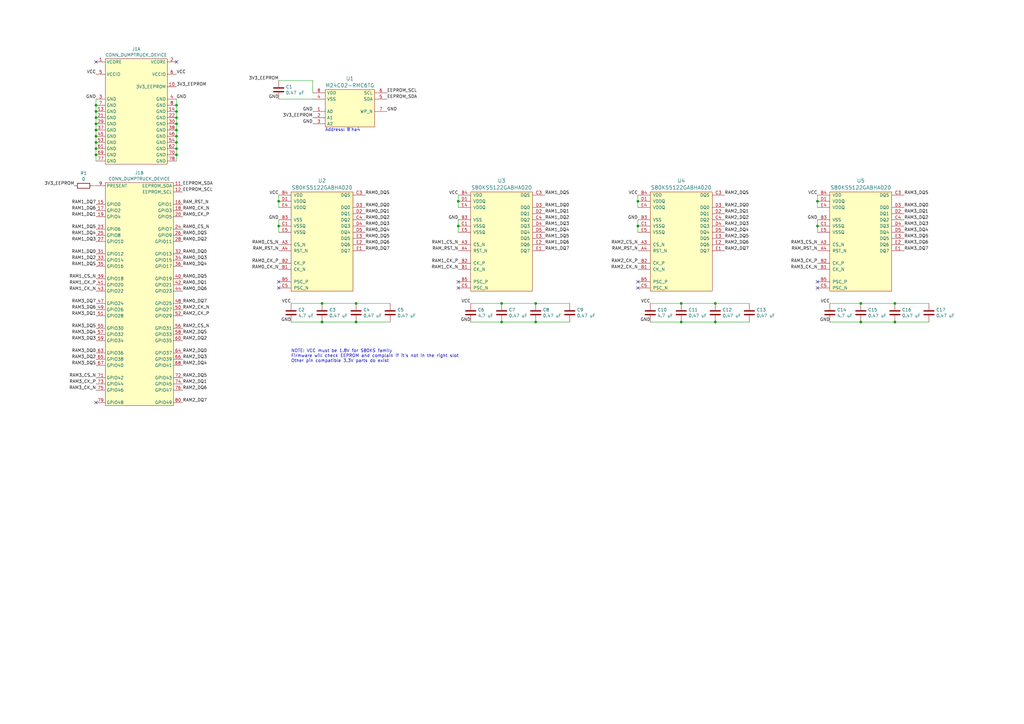
<source format=kicad_sch>
(kicad_sch (version 20231120) (generator "eeschema") (generator_version "8.0")
  (paper "A3")
  (lib_symbols
    (symbol "cypress-azonenberg:S27KS0641" (pin_names (offset 1.016))
      (property "Reference" "U" (at 0 -1.27 0))
      (property "Value" "S27KS0641" (at 0 -3.81 0))
      (symbol "S27KS0641_0_1"
        (rectangle (start 0 40.64) (end 25.4 0) (fill (type background)))
      )
      (symbol "S27KS0641_1_1"
        (pin input line (at -5.08 19.05 0) (length 5.08) (name "CS_N") (number "A3"))
        (pin input line (at -5.08 16.51 0) (length 5.08) (name "RST_N") (number "A4"))
        (pin input line (at -5.08 8.89 0) (length 5.08) (name "CK_N") (number "B1"))
        (pin input line (at -5.08 11.43 0) (length 5.08) (name "CK_P") (number "B2"))
        (pin power_in line (at -5.08 29.21 0) (length 5.08) (name "VSS") (number "B3"))
        (pin power_in line (at -5.08 39.37 0) (length 5.08) (name "VDD") (number "B4"))
        (pin input line (at -5.08 3.81 0) (length 5.08) (name "PSC_P") (number "B5"))
        (pin power_in line (at -5.08 26.67 0) (length 5.08) (name "VSSQ") (number "C1"))
        (pin bidirectional line (at 30.48 39.37 180) (length 5.08) (name "DQS") (number "C3"))
        (pin bidirectional line (at 30.48 29.21 180) (length 5.08) (name "DQ2") (number "C4"))
        (pin input line (at -5.08 1.27 0) (length 5.08) (name "PSC_N") (number "C5"))
        (pin power_in line (at -5.08 36.83 0) (length 5.08) (name "VDDQ") (number "D1"))
        (pin bidirectional line (at 30.48 31.75 180) (length 5.08) (name "DQ1") (number "D2"))
        (pin bidirectional line (at 30.48 34.29 180) (length 5.08) (name "DQ0") (number "D3"))
        (pin bidirectional line (at 30.48 26.67 180) (length 5.08) (name "DQ3") (number "D4"))
        (pin bidirectional line (at 30.48 24.13 180) (length 5.08) (name "DQ4") (number "D5"))
        (pin bidirectional line (at 30.48 16.51 180) (length 5.08) (name "DQ7") (number "E1"))
        (pin bidirectional line (at 30.48 19.05 180) (length 5.08) (name "DQ6") (number "E2"))
        (pin bidirectional line (at 30.48 21.59 180) (length 5.08) (name "DQ5") (number "E3"))
        (pin power_in line (at -5.08 34.29 0) (length 5.08) (name "VDDQ") (number "E4"))
        (pin power_in line (at -5.08 24.13 0) (length 5.08) (name "VSSQ") (number "E5"))
      )
    )
    (symbol "device:C" (pin_numbers hide) (pin_names (offset 0.254))
      (property "Reference" "C" (at 0.635 2.54 0))
      (property "Value" "C" (at 0.635 -2.54 0))
      (symbol "C_0_1"
        (polyline (pts (xy -2.032 -0.762) (xy 2.032 -0.762)) (stroke (width 0.508)))
        (polyline (pts (xy -2.032 0.762) (xy 2.032 0.762)) (stroke (width 0.508)))
      )
      (symbol "C_1_1"
        (pin passive line (at 0 3.81 270) (length 2.794) (name "~") (number "1"))
        (pin passive line (at 0 -3.81 90) (length 2.794) (name "~") (number "2"))
      )
    )
    (symbol "device:R" (pin_numbers hide) (pin_names (offset 0))
      (property "Reference" "R" (at 2.032 0 90))
      (property "Value" "R" (at 0 0 90))
      (symbol "R_0_1"
        (rectangle (start -1.016 -2.54) (end 1.016 2.54) (stroke (width 0.254)))
      )
      (symbol "R_1_1"
        (pin passive line (at 0 3.81 270) (length 1.27) (name "~") (number "1"))
        (pin passive line (at 0 -3.81 90) (length 1.27) (name "~") (number "2"))
      )
    )
    (symbol "memory-azonenberg:24Cxx-DFN8" (pin_names (offset 0.762))
      (property "Reference" "U" (at 13.97 16.51 0))
      (property "Value" "24Cxx-DFN8" (at 17.78 -1.27 0))
      (symbol "24Cxx-DFN8_1_1"
        (rectangle (start 0 0) (end 20.32 15.24) (fill (type background)))
        (pin input line (at -5.08 6.35 0) (length 5.08) (name "A0") (number "1"))
        (pin input line (at -5.08 3.81 0) (length 5.08) (name "A1") (number "2"))
        (pin input line (at -5.08 1.27 0) (length 5.08) (name "A2") (number "3"))
        (pin power_in line (at -5.08 11.43 0) (length 5.08) (name "VSS") (number "4"))
        (pin bidirectional line (at 25.4 11.43 180) (length 5.08) (name "SDA") (number "5"))
        (pin input line (at 25.4 13.97 180) (length 5.08) (name "SCL") (number "6"))
        (pin input line (at 25.4 6.35 180) (length 5.08) (name "WP_N") (number "7"))
        (pin power_in line (at -5.08 13.97 0) (length 5.08) (name "VDD") (number "8"))
      )
    )
    (symbol "special-azonenberg:CONN_DUMPTRUCK_DEVICE"
      (property "Reference" "J" (at 0 -3.048 0))
      (property "Value" "CONN_DUMPTRUCK_DEVICE" (at -0.508 -5.334 0))
      (symbol "CONN_DUMPTRUCK_DEVICE_1_1"
        (rectangle (start 0 43.18) (end 25.4 0) (fill (type background)))
        (pin power_in line (at -3.81 41.91 0) (length 3.81) (name "VCORE") (number "1"))
        (pin power_out line (at 29.21 31.75 180) (length 3.81) (name "3V3_EEPROM") (number "10"))
        (pin power_in line (at -3.81 21.59 0) (length 3.81) (name "GND") (number "13"))
        (pin power_in line (at 29.21 21.59 180) (length 3.81) (name "GND") (number "14"))
        (pin power_out line (at 29.21 41.91 180) (length 3.81) (name "VCORE") (number "2"))
        (pin power_in line (at -3.81 19.05 0) (length 3.81) (name "GND") (number "21"))
        (pin power_in line (at 29.21 19.05 180) (length 3.81) (name "GND") (number "22"))
        (pin power_in line (at -3.81 16.51 0) (length 3.81) (name "GND") (number "29"))
        (pin power_in line (at -3.81 26.67 0) (length 3.81) (name "GND") (number "3"))
        (pin power_in line (at 29.21 16.51 180) (length 3.81) (name "GND") (number "30"))
        (pin power_in line (at -3.81 13.97 0) (length 3.81) (name "GND") (number "37"))
        (pin power_in line (at 29.21 13.97 180) (length 3.81) (name "GND") (number "38"))
        (pin power_out line (at 29.21 26.67 180) (length 3.81) (name "GND") (number "4"))
        (pin power_in line (at -3.81 11.43 0) (length 3.81) (name "GND") (number "45"))
        (pin power_in line (at 29.21 11.43 180) (length 3.81) (name "GND") (number "46"))
        (pin power_in line (at -3.81 36.83 0) (length 3.81) (name "VCCIO") (number "5"))
        (pin power_in line (at -3.81 8.89 0) (length 3.81) (name "GND") (number "53"))
        (pin power_in line (at 29.21 8.89 180) (length 3.81) (name "GND") (number "54"))
        (pin power_out line (at 29.21 36.83 180) (length 3.81) (name "VCCIO") (number "6"))
        (pin power_in line (at -3.81 6.35 0) (length 3.81) (name "GND") (number "61"))
        (pin power_in line (at 29.21 6.35 180) (length 3.81) (name "GND") (number "62"))
        (pin power_in line (at -3.81 3.81 0) (length 3.81) (name "GND") (number "69"))
        (pin power_in line (at -3.81 24.13 0) (length 3.81) (name "GND") (number "7"))
        (pin power_in line (at 29.21 3.81 180) (length 3.81) (name "GND") (number "70"))
        (pin power_in line (at -3.81 1.27 0) (length 3.81) (name "GND") (number "77"))
        (pin power_in line (at 29.21 1.27 180) (length 3.81) (name "GND") (number "78"))
        (pin power_in line (at 29.21 24.13 180) (length 3.81) (name "GND") (number "8"))
      )
      (symbol "CONN_DUMPTRUCK_DEVICE_2_1"
        (rectangle (start 0 91.44) (end 27.94 0) (fill (type background)))
        (pin bidirectional line (at 31.75 90.17 180) (length 3.81) (name "EEPROM_SDA") (number "11"))
        (pin bidirectional line (at 31.75 87.63 180) (length 3.81) (name "EEPROM_SCL") (number "12"))
        (pin bidirectional line (at -3.81 82.55 0) (length 3.81) (name "GPIO0") (number "15"))
        (pin bidirectional line (at 31.75 82.55 180) (length 3.81) (name "GPIO1") (number "16"))
        (pin bidirectional line (at -3.81 80.01 0) (length 3.81) (name "GPIO2") (number "17"))
        (pin bidirectional line (at 31.75 80.01 180) (length 3.81) (name "GPIO3") (number "18"))
        (pin bidirectional line (at -3.81 77.47 0) (length 3.81) (name "GPIO4") (number "19"))
        (pin bidirectional line (at 31.75 77.47 180) (length 3.81) (name "GPIO5") (number "20"))
        (pin bidirectional line (at -3.81 72.39 0) (length 3.81) (name "GPIO6") (number "23"))
        (pin bidirectional line (at 31.75 72.39 180) (length 3.81) (name "GPIO7") (number "24"))
        (pin bidirectional line (at -3.81 69.85 0) (length 3.81) (name "GPIO8") (number "25"))
        (pin bidirectional line (at 31.75 69.85 180) (length 3.81) (name "GPIO9") (number "26"))
        (pin bidirectional line (at -3.81 67.31 0) (length 3.81) (name "GPIO10") (number "27"))
        (pin bidirectional line (at 31.75 67.31 180) (length 3.81) (name "GPIO11") (number "28"))
        (pin bidirectional line (at -3.81 62.23 0) (length 3.81) (name "GPIO12") (number "31"))
        (pin bidirectional line (at 31.75 62.23 180) (length 3.81) (name "GPIO13") (number "32"))
        (pin bidirectional line (at -3.81 59.69 0) (length 3.81) (name "GPIO14") (number "33"))
        (pin bidirectional line (at 31.75 59.69 180) (length 3.81) (name "GPIO15") (number "34"))
        (pin bidirectional line (at -3.81 57.15 0) (length 3.81) (name "GPIO16") (number "35"))
        (pin bidirectional line (at 31.75 57.15 180) (length 3.81) (name "GPIO17") (number "36"))
        (pin bidirectional line (at -3.81 52.07 0) (length 3.81) (name "GPIO18") (number "39"))
        (pin bidirectional line (at 31.75 52.07 180) (length 3.81) (name "GPIO19") (number "40"))
        (pin bidirectional line (at -3.81 49.53 0) (length 3.81) (name "GPIO20") (number "41"))
        (pin bidirectional line (at 31.75 49.53 180) (length 3.81) (name "GPIO21") (number "42"))
        (pin bidirectional line (at -3.81 46.99 0) (length 3.81) (name "GPIO22") (number "43"))
        (pin bidirectional line (at 31.75 46.99 180) (length 3.81) (name "GPIO23") (number "44"))
        (pin bidirectional line (at -3.81 41.91 0) (length 3.81) (name "GPIO24") (number "47"))
        (pin bidirectional line (at 31.75 41.91 180) (length 3.81) (name "GPIO25") (number "48"))
        (pin bidirectional line (at -3.81 39.37 0) (length 3.81) (name "GPIO26") (number "49"))
        (pin bidirectional line (at 31.75 39.37 180) (length 3.81) (name "GPIO27") (number "50"))
        (pin bidirectional line (at -3.81 36.83 0) (length 3.81) (name "GPIO28") (number "51"))
        (pin bidirectional line (at 31.75 36.83 180) (length 3.81) (name "GPIO29") (number "52"))
        (pin bidirectional line (at -3.81 31.75 0) (length 3.81) (name "GPIO30") (number "55"))
        (pin bidirectional line (at 31.75 31.75 180) (length 3.81) (name "GPIO31") (number "56"))
        (pin bidirectional line (at -3.81 29.21 0) (length 3.81) (name "GPIO32") (number "57"))
        (pin bidirectional line (at 31.75 29.21 180) (length 3.81) (name "GPIO33") (number "58"))
        (pin bidirectional line (at -3.81 26.67 0) (length 3.81) (name "GPIO34") (number "59"))
        (pin bidirectional line (at 31.75 26.67 180) (length 3.81) (name "GPIO35") (number "60"))
        (pin bidirectional line (at -3.81 21.59 0) (length 3.81) (name "GPIO36") (number "63"))
        (pin bidirectional line (at 31.75 21.59 180) (length 3.81) (name "GPIO37") (number "64"))
        (pin bidirectional line (at -3.81 19.05 0) (length 3.81) (name "GPIO38") (number "65"))
        (pin bidirectional line (at 31.75 19.05 180) (length 3.81) (name "GPIO39") (number "66"))
        (pin bidirectional line (at -3.81 16.51 0) (length 3.81) (name "GPIO40") (number "67"))
        (pin bidirectional line (at 31.75 16.51 180) (length 3.81) (name "GPIO41") (number "68"))
        (pin bidirectional line (at -3.81 11.43 0) (length 3.81) (name "GPIO42") (number "71"))
        (pin bidirectional line (at 31.75 11.43 180) (length 3.81) (name "GPIO43") (number "72"))
        (pin bidirectional line (at -3.81 8.89 0) (length 3.81) (name "GPIO44") (number "73"))
        (pin bidirectional line (at 31.75 8.89 180) (length 3.81) (name "GPIO45") (number "74"))
        (pin bidirectional line (at -3.81 6.35 0) (length 3.81) (name "GPIO46") (number "75"))
        (pin bidirectional line (at 31.75 6.35 180) (length 3.81) (name "GPIO47") (number "76"))
        (pin bidirectional line (at -3.81 1.27 0) (length 3.81) (name "GPIO48") (number "79"))
        (pin bidirectional line (at 31.75 1.27 180) (length 3.81) (name "GPIO49") (number "80"))
        (pin bidirectional line (at -3.81 90.17 0) (length 3.81) (name "PRESENT") (number "9"))
      )
    )
  )
  (junction (at 187.96 92.71))
  (junction (at 39.37 53.34))
  (junction (at 367.03 124.46))
  (junction (at 279.4 132.08))
  (junction (at 39.37 58.42))
  (junction (at 353.06 124.46))
  (junction (at 219.71 132.08))
  (junction (at 114.3 92.71))
  (junction (at 72.39 58.42))
  (junction (at 72.39 60.96))
  (junction (at 367.03 132.08))
  (junction (at 39.37 48.26))
  (junction (at 293.37 132.08))
  (junction (at 279.4 124.46))
  (junction (at 72.39 55.88))
  (junction (at 39.37 45.72))
  (junction (at 132.08 124.46))
  (junction (at 72.39 43.18))
  (junction (at 39.37 43.18))
  (junction (at 72.39 63.5))
  (junction (at 219.71 124.46))
  (junction (at 293.37 124.46))
  (junction (at 335.28 82.55))
  (junction (at 114.3 82.55))
  (junction (at 335.28 92.71))
  (junction (at 39.37 60.96))
  (junction (at 39.37 55.88))
  (junction (at 187.96 82.55))
  (junction (at 205.74 132.08))
  (junction (at 132.08 132.08))
  (junction (at 146.05 124.46))
  (junction (at 205.74 124.46))
  (junction (at 261.62 92.71))
  (junction (at 39.37 50.8))
  (junction (at 39.37 63.5))
  (junction (at 72.39 53.34))
  (junction (at 72.39 48.26))
  (junction (at 146.05 132.08))
  (junction (at 72.39 50.8))
  (junction (at 353.06 132.08))
  (junction (at 72.39 45.72))
  (junction (at 261.62 82.55))
  (no_connect (at 261.62 118.11))
  (no_connect (at 187.96 118.11))
  (no_connect (at 72.39 25.4))
  (no_connect (at 335.28 115.57))
  (no_connect (at 335.28 118.11))
  (no_connect (at 39.37 25.4))
  (no_connect (at 261.62 115.57))
  (no_connect (at 114.3 118.11))
  (no_connect (at 187.96 115.57))
  (no_connect (at 114.3 115.57))
  (no_connect (at 39.37 165.1))
  (wire (pts (xy 39.37 40.64) (xy 39.37 43.18)))
  (wire (pts (xy 39.37 48.26) (xy 39.37 50.8)))
  (wire (pts (xy 293.37 124.46) (xy 307.34 124.46)))
  (wire (pts (xy 72.39 63.5) (xy 72.39 66.04)))
  (wire (pts (xy 38.1 76.2) (xy 39.37 76.2)))
  (wire (pts (xy 266.7 124.46) (xy 279.4 124.46)))
  (wire (pts (xy 72.39 48.26) (xy 72.39 50.8)))
  (wire (pts (xy 279.4 132.08) (xy 293.37 132.08)))
  (wire (pts (xy 219.71 132.08) (xy 233.68 132.08)))
  (wire (pts (xy 114.3 92.71) (xy 114.3 95.25)))
  (wire (pts (xy 367.03 132.08) (xy 381 132.08)))
  (wire (pts (xy 335.28 80.01) (xy 335.28 82.55)))
  (wire (pts (xy 146.05 132.08) (xy 160.02 132.08)))
  (wire (pts (xy 261.62 82.55) (xy 261.62 85.09)))
  (wire (pts (xy 128.27 33.02) (xy 128.27 38.1)))
  (wire (pts (xy 293.37 132.08) (xy 307.34 132.08)))
  (wire (pts (xy 132.08 124.46) (xy 146.05 124.46)))
  (wire (pts (xy 114.3 40.64) (xy 128.27 40.64)))
  (wire (pts (xy 353.06 124.46) (xy 367.03 124.46)))
  (wire (pts (xy 39.37 43.18) (xy 39.37 45.72)))
  (wire (pts (xy 279.4 124.46) (xy 293.37 124.46)))
  (wire (pts (xy 187.96 92.71) (xy 187.96 95.25)))
  (wire (pts (xy 114.3 33.02) (xy 128.27 33.02)))
  (wire (pts (xy 119.38 132.08) (xy 132.08 132.08)))
  (wire (pts (xy 340.36 132.08) (xy 353.06 132.08)))
  (wire (pts (xy 39.37 53.34) (xy 39.37 55.88)))
  (wire (pts (xy 335.28 92.71) (xy 335.28 95.25)))
  (wire (pts (xy 146.05 124.46) (xy 160.02 124.46)))
  (wire (pts (xy 114.3 82.55) (xy 114.3 85.09)))
  (wire (pts (xy 353.06 132.08) (xy 367.03 132.08)))
  (wire (pts (xy 39.37 45.72) (xy 39.37 48.26)))
  (wire (pts (xy 119.38 124.46) (xy 132.08 124.46)))
  (wire (pts (xy 39.37 60.96) (xy 39.37 63.5)))
  (wire (pts (xy 261.62 90.17) (xy 261.62 92.71)))
  (wire (pts (xy 193.04 132.08) (xy 205.74 132.08)))
  (wire (pts (xy 367.03 124.46) (xy 381 124.46)))
  (wire (pts (xy 39.37 55.88) (xy 39.37 58.42)))
  (wire (pts (xy 187.96 90.17) (xy 187.96 92.71)))
  (wire (pts (xy 39.37 63.5) (xy 39.37 66.04)))
  (wire (pts (xy 261.62 92.71) (xy 261.62 95.25)))
  (wire (pts (xy 114.3 80.01) (xy 114.3 82.55)))
  (wire (pts (xy 261.62 80.01) (xy 261.62 82.55)))
  (wire (pts (xy 266.7 132.08) (xy 279.4 132.08)))
  (wire (pts (xy 193.04 124.46) (xy 205.74 124.46)))
  (wire (pts (xy 205.74 124.46) (xy 219.71 124.46)))
  (wire (pts (xy 335.28 82.55) (xy 335.28 85.09)))
  (wire (pts (xy 187.96 82.55) (xy 187.96 85.09)))
  (wire (pts (xy 132.08 132.08) (xy 146.05 132.08)))
  (wire (pts (xy 72.39 40.64) (xy 72.39 43.18)))
  (wire (pts (xy 114.3 90.17) (xy 114.3 92.71)))
  (wire (pts (xy 205.74 132.08) (xy 219.71 132.08)))
  (wire (pts (xy 72.39 60.96) (xy 72.39 63.5)))
  (wire (pts (xy 219.71 124.46) (xy 233.68 124.46)))
  (wire (pts (xy 72.39 53.34) (xy 72.39 55.88)))
  (wire (pts (xy 72.39 58.42) (xy 72.39 60.96)))
  (wire (pts (xy 39.37 58.42) (xy 39.37 60.96)))
  (wire (pts (xy 187.96 80.01) (xy 187.96 82.55)))
  (wire (pts (xy 72.39 55.88) (xy 72.39 58.42)))
  (wire (pts (xy 72.39 50.8) (xy 72.39 53.34)))
  (wire (pts (xy 340.36 124.46) (xy 353.06 124.46)))
  (wire (pts (xy 335.28 90.17) (xy 335.28 92.71)))
  (wire (pts (xy 72.39 45.72) (xy 72.39 48.26)))
  (wire (pts (xy 72.39 43.18) (xy 72.39 45.72)))
  (wire (pts (xy 39.37 50.8) (xy 39.37 53.34)))
  (text "Address: 8'ha4" (at 133.35 53.34 0) (effects (font (size 1.27 1.27)) (justify left)))
  (text "NOTE: VCC must be 1.8V for S80KS family\nFirmware will check EEPROM and complain if it's not in the right slot\nOther pin compatible 3.3V parts do exist" (at 119.38 146.05 0) (effects (font (size 1.27 1.27)) (justify left)))
  (label "RAM3_DQS" (at 39.37 149.86 180))
  (label "RAM3_CS_N" (at 335.28 100.33 180))
  (label "RAM0_DQ2" (at 149.86 90.17 0))
  (label "RAM2_DQ7" (at 74.93 165.1 0))
  (label "RAM1_DQ0" (at 39.37 104.14 180))
  (label "RAM0_DQS" (at 149.86 80.01 0))
  (label "RAM2_DQ6" (at 297.18 100.33 0))
  (label "RAM3_DQ0" (at 39.37 144.78 180))
  (label "GND" (at 119.38 132.08 180))
  (label "EEPROM_SDA" (at 74.93 76.2 0))
  (label "RAM0_DQ7" (at 74.93 124.46 0))
  (label "RAM3_DQ1" (at 370.84 87.63 0))
  (label "RAM_RST_N" (at 187.96 102.87 180))
  (label "RAM1_CS_N" (at 39.37 114.3 180))
  (label "RAM1_DQ6" (at 223.52 100.33 0))
  (label "GND" (at 114.3 40.64 180))
  (label "GND" (at 340.36 132.08 180))
  (label "RAM3_DQ7" (at 39.37 124.46 180))
  (label "RAM3_DQ2" (at 39.37 147.32 180))
  (label "VCC" (at 193.04 124.46 180))
  (label "RAM1_DQ2" (at 223.52 90.17 0))
  (label "RAM1_DQ5" (at 39.37 93.98 180))
  (label "RAM1_DQ7" (at 39.37 83.82 180))
  (label "VCC" (at 335.28 80.01 180))
  (label "GND" (at 158.75 45.72 0))
  (label "RAM2_DQ5" (at 297.18 97.79 0))
  (label "GND" (at 261.62 90.17 180))
  (label "VCC" (at 261.62 80.01 180))
  (label "VCC" (at 39.37 30.48 180))
  (label "RAM0_DQ5" (at 74.93 114.3 0))
  (label "VCC" (at 114.3 80.01 180))
  (label "VCC" (at 119.38 124.46 180))
  (label "RAM0_DQ6" (at 149.86 100.33 0))
  (label "RAM2_DQ3" (at 74.93 147.32 0))
  (label "RAM1_DQ5" (at 223.52 97.79 0))
  (label "RAM1_CK_P" (at 39.37 116.84 180))
  (label "RAM3_CK_N" (at 335.28 110.49 180))
  (label "EEPROM_SCL" (at 158.75 38.1 0))
  (label "RAM2_CK_P" (at 74.93 129.54 0))
  (label "RAM2_DQ4" (at 297.18 95.25 0))
  (label "RAM3_DQS" (at 370.84 80.01 0))
  (label "RAM3_CK_P" (at 39.37 157.48 180))
  (label "GND" (at 114.3 90.17 180))
  (label "RAM1_DQ3" (at 223.52 92.71 0))
  (label "RAM0_DQ3" (at 149.86 92.71 0))
  (label "RAM3_DQ6" (at 370.84 100.33 0))
  (label "RAM2_CK_P" (at 261.62 107.95 180))
  (label "RAM2_DQ3" (at 297.18 92.71 0))
  (label "RAM3_DQ2" (at 370.84 90.17 0))
  (label "RAM3_DQ0" (at 370.84 85.09 0))
  (label "3V3_EEPROM" (at 128.27 48.26 180))
  (label "RAM3_DQ5" (at 39.37 134.62 180))
  (label "RAM1_DQ0" (at 223.52 85.09 0))
  (label "RAM_RST_N" (at 114.3 102.87 180))
  (label "RAM2_DQS" (at 74.93 137.16 0))
  (label "3V3_EEPROM" (at 30.48 76.2 180))
  (label "RAM2_DQ0" (at 74.93 144.78 0))
  (label "RAM3_CS_N" (at 39.37 154.94 180))
  (label "RAM2_DQS" (at 297.18 80.01 0))
  (label "VCC" (at 266.7 124.46 180))
  (label "RAM3_DQ6" (at 39.37 127 180))
  (label "RAM3_DQ1" (at 39.37 129.54 180))
  (label "RAM2_DQ7" (at 297.18 102.87 0))
  (label "RAM2_DQ6" (at 74.93 160.02 0))
  (label "RAM2_CK_N" (at 261.62 110.49 180))
  (label "RAM0_DQ2" (at 74.93 99.06 0))
  (label "3V3_EEPROM" (at 114.3 33.02 180))
  (label "RAM0_DQ0" (at 149.86 85.09 0))
  (label "RAM0_CS_N" (at 74.93 93.98 0))
  (label "EEPROM_SDA" (at 158.75 40.64 0))
  (label "RAM1_DQS" (at 223.52 80.01 0))
  (label "GND" (at 128.27 45.72 180))
  (label "RAM1_CK_N" (at 39.37 119.38 180))
  (label "RAM1_DQ3" (at 39.37 99.06 180))
  (label "RAM0_CK_P" (at 114.3 107.95 180))
  (label "RAM1_CK_P" (at 187.96 107.95 180))
  (label "VCC" (at 340.36 124.46 180))
  (label "RAM3_DQ3" (at 39.37 139.7 180))
  (label "GND" (at 193.04 132.08 180))
  (label "RAM2_CS_N" (at 74.93 134.62 0))
  (label "RAM1_CK_N" (at 187.96 110.49 180))
  (label "GND" (at 266.7 132.08 180))
  (label "RAM1_DQ6" (at 39.37 86.36 180))
  (label "RAM3_DQ3" (at 370.84 92.71 0))
  (label "RAM2_CS_N" (at 261.62 100.33 180))
  (label "RAM0_DQ5" (at 149.86 97.79 0))
  (label "GND" (at 128.27 50.8 180))
  (label "RAM2_DQ4" (at 74.93 149.86 0))
  (label "RAM1_DQ1" (at 39.37 88.9 180))
  (label "RAM2_DQ0" (at 297.18 85.09 0))
  (label "RAM0_DQS" (at 74.93 96.52 0))
  (label "RAM2_DQ1" (at 297.18 87.63 0))
  (label "EEPROM_SCL" (at 74.93 78.74 0))
  (label "GND" (at 39.37 40.64 180))
  (label "RAM0_CS_N" (at 114.3 100.33 180))
  (label "RAM3_DQ7" (at 370.84 102.87 0))
  (label "RAM3_DQ5" (at 370.84 97.79 0))
  (label "RAM0_CK_N" (at 74.93 86.36 0))
  (label "GND" (at 72.39 40.64 0))
  (label "RAM2_DQ2" (at 74.93 139.7 0))
  (label "RAM0_DQ1" (at 74.93 116.84 0))
  (label "RAM2_DQ1" (at 74.93 157.48 0))
  (label "RAM1_DQS" (at 39.37 109.22 180))
  (label "RAM1_DQ1" (at 223.52 87.63 0))
  (label "RAM3_CK_N" (at 39.37 160.02 180))
  (label "RAM0_DQ4" (at 149.86 95.25 0))
  (label "RAM0_DQ1" (at 149.86 87.63 0))
  (label "RAM3_DQ4" (at 39.37 137.16 180))
  (label "GND" (at 187.96 90.17 180))
  (label "RAM0_DQ3" (at 74.93 106.68 0))
  (label "RAM_RST_N" (at 74.93 83.82 0))
  (label "RAM0_DQ0" (at 74.93 104.14 0))
  (label "VCC" (at 187.96 80.01 180))
  (label "GND" (at 335.28 90.17 180))
  (label "RAM1_DQ2" (at 39.37 106.68 180))
  (label "RAM0_DQ7" (at 149.86 102.87 0))
  (label "RAM2_CK_N" (at 74.93 127 0))
  (label "VCC" (at 72.39 30.48 0))
  (label "RAM0_CK_N" (at 114.3 110.49 180))
  (label "RAM0_CK_P" (at 74.93 88.9 0))
  (label "RAM1_CS_N" (at 187.96 100.33 180))
  (label "RAM1_DQ4" (at 39.37 96.52 180))
  (label "RAM_RST_N" (at 335.28 102.87 180))
  (label "RAM0_DQ4" (at 74.93 109.22 0))
  (label "RAM0_DQ6" (at 74.93 119.38 0))
  (label "RAM2_DQ2" (at 297.18 90.17 0))
  (label "3V3_EEPROM" (at 72.39 35.56 0))
  (label "RAM3_CK_P" (at 335.28 107.95 180))
  (label "RAM2_DQ5" (at 74.93 154.94 0))
  (label "RAM_RST_N" (at 261.62 102.87 180))
  (label "RAM1_DQ7" (at 223.52 102.87 0))
  (label "RAM1_DQ4" (at 223.52 95.25 0))
  (label "RAM3_DQ4" (at 370.84 95.25 0))
  (symbol (lib_id "device:C") (at 219.71 128.27 0) (unit 1)
    (property "Reference" "C8" (at 222.631 127.0578 0) (effects (justify left)))
    (property "Value" "0.47 uF" (at 222.631 129.4821 0) (effects (justify left)))
    (property "Footprint" "azonenberg_pcb:EIA_0402_CAP_NOSILK" (effects (hide yes)))
    (property "Description" "Unpolarized capacitor" (effects (hide yes)))
  )
  (symbol (lib_id "device:C") (at 233.68 128.27 0) (unit 1)
    (property "Reference" "C9" (at 236.601 127.0578 0) (effects (justify left)))
    (property "Value" "0.47 uF" (at 236.601 129.4821 0) (effects (justify left)))
    (property "Footprint" "azonenberg_pcb:EIA_0402_CAP_NOSILK" (effects (hide yes)))
    (property "Description" "Unpolarized capacitor" (effects (hide yes)))
  )
  (symbol (lib_id "device:C") (at 266.7 128.27 0) (unit 1)
    (property "Reference" "C10" (at 269.621 127.0578 0) (effects (justify left)))
    (property "Value" "4.7 uF" (at 269.621 129.4821 0) (effects (justify left)))
    (property "Footprint" "azonenberg_pcb:EIA_0603_CAP_NOSILK" (effects (hide yes)))
    (property "Description" "Unpolarized capacitor" (effects (hide yes)))
  )
  (symbol (lib_id "device:C") (at 160.02 128.27 0) (unit 1)
    (property "Reference" "C5" (at 162.941 127.0578 0) (effects (justify left)))
    (property "Value" "0.47 uF" (at 162.941 129.4821 0) (effects (justify left)))
    (property "Footprint" "azonenberg_pcb:EIA_0402_CAP_NOSILK" (effects (hide yes)))
    (property "Description" "Unpolarized capacitor" (effects (hide yes)))
  )
  (symbol (lib_id "device:R") (at 34.29 76.2 90) (unit 1)
    (property "Reference" "R1" (at 34.29 71.0395 90))
    (property "Value" "0" (at 34.29 73.4638 90))
    (property "Footprint" "azonenberg_pcb:EIA_0402_RES_NOSILK" (effects (hide yes)))
    (property "Description" "Resistor" (effects (hide yes)))
  )
  (symbol (lib_id "device:C") (at 119.38 128.27 0) (unit 1)
    (property "Reference" "C2" (at 122.301 127.0578 0) (effects (justify left)))
    (property "Value" "4.7 uF" (at 122.301 129.4821 0) (effects (justify left)))
    (property "Footprint" "azonenberg_pcb:EIA_0603_CAP_NOSILK" (effects (hide yes)))
    (property "Description" "Unpolarized capacitor" (effects (hide yes)))
  )
  (symbol (lib_id "device:C") (at 353.06 128.27 0) (unit 1)
    (property "Reference" "C15" (at 355.981 127.0578 0) (effects (justify left)))
    (property "Value" "0.47 uF" (at 355.981 129.4821 0) (effects (justify left)))
    (property "Footprint" "azonenberg_pcb:EIA_0402_CAP_NOSILK" (effects (hide yes)))
    (property "Description" "Unpolarized capacitor" (effects (hide yes)))
  )
  (symbol (lib_id "cypress-azonenberg:S27KS0641") (at 266.7 119.38 0) (unit 1)
    (property "Reference" "U4" (at 279.4 74.1096 0) (effects (font (size 1.524 1.524))))
    (property "Value" "S80KS5122GABHA020" (at 279.4 76.9425 0) (effects (font (size 1.524 1.524))))
    (property "Footprint" "azonenberg_pcb:BGA_24_6x8_DEPOP1_1MM" (effects (hide yes)))
  )
  (symbol (lib_id "device:C") (at 307.34 128.27 0) (unit 1)
    (property "Reference" "C13" (at 310.261 127.0578 0) (effects (justify left)))
    (property "Value" "0.47 uF" (at 310.261 129.4821 0) (effects (justify left)))
    (property "Footprint" "azonenberg_pcb:EIA_0402_CAP_NOSILK" (effects (hide yes)))
    (property "Description" "Unpolarized capacitor" (effects (hide yes)))
  )
  (symbol (lib_id "device:C") (at 146.05 128.27 0) (unit 1)
    (property "Reference" "C4" (at 148.971 127.0578 0) (effects (justify left)))
    (property "Value" "0.47 uF" (at 148.971 129.4821 0) (effects (justify left)))
    (property "Footprint" "azonenberg_pcb:EIA_0402_CAP_NOSILK" (effects (hide yes)))
    (property "Description" "Unpolarized capacitor" (effects (hide yes)))
  )
  (symbol (lib_id "special-azonenberg:CONN_DUMPTRUCK_DEVICE") (at 43.18 67.31 0) (unit 1)
    (property "Reference" "J1" (at 55.88 20.1125 0))
    (property "Value" "CONN_DUMPTRUCK_DEVICE" (at 55.88 22.5368 0))
    (property "Footprint" "azonenberg_pcb:CONN_SAMTEC_BSE-040-01-L-D-A-TR" (effects (hide yes)))
  )
  (symbol (lib_id "cypress-azonenberg:S27KS0641") (at 340.36 119.38 0) (unit 1)
    (property "Reference" "U5" (at 353.06 74.1096 0) (effects (font (size 1.524 1.524))))
    (property "Value" "S80KS5122GABHA020" (at 353.06 76.9425 0) (effects (font (size 1.524 1.524))))
    (property "Footprint" "azonenberg_pcb:BGA_24_6x8_DEPOP1_1MM" (effects (hide yes)))
  )
  (symbol (lib_id "device:C") (at 340.36 128.27 0) (unit 1)
    (property "Reference" "C14" (at 343.281 127.0578 0) (effects (justify left)))
    (property "Value" "4.7 uF" (at 343.281 129.4821 0) (effects (justify left)))
    (property "Footprint" "azonenberg_pcb:EIA_0603_CAP_NOSILK" (effects (hide yes)))
    (property "Description" "Unpolarized capacitor" (effects (hide yes)))
  )
  (symbol (lib_id "device:C") (at 279.4 128.27 0) (unit 1)
    (property "Reference" "C11" (at 282.321 127.0578 0) (effects (justify left)))
    (property "Value" "0.47 uF" (at 282.321 129.4821 0) (effects (justify left)))
    (property "Footprint" "azonenberg_pcb:EIA_0402_CAP_NOSILK" (effects (hide yes)))
    (property "Description" "Unpolarized capacitor" (effects (hide yes)))
  )
  (symbol (lib_id "cypress-azonenberg:S27KS0641") (at 119.38 119.38 0) (unit 1)
    (property "Reference" "U2" (at 132.08 74.1096 0) (effects (font (size 1.524 1.524))))
    (property "Value" "S80KS5122GABHA020" (at 132.08 76.9425 0) (effects (font (size 1.524 1.524))))
    (property "Footprint" "azonenberg_pcb:BGA_24_6x8_DEPOP1_1MM" (effects (hide yes)))
  )
  (symbol (lib_id "device:C") (at 381 128.27 0) (unit 1)
    (property "Reference" "C17" (at 383.921 127.0578 0) (effects (justify left)))
    (property "Value" "0.47 uF" (at 383.921 129.4821 0) (effects (justify left)))
    (property "Footprint" "azonenberg_pcb:EIA_0402_CAP_NOSILK" (effects (hide yes)))
    (property "Description" "Unpolarized capacitor" (effects (hide yes)))
  )
  (symbol (lib_id "cypress-azonenberg:S27KS0641") (at 193.04 119.38 0) (unit 1)
    (property "Reference" "U3" (at 205.74 74.1096 0) (effects (font (size 1.524 1.524))))
    (property "Value" "S80KS5122GABHA020" (at 205.74 76.9425 0) (effects (font (size 1.524 1.524))))
    (property "Footprint" "azonenberg_pcb:BGA_24_6x8_DEPOP1_1MM" (effects (hide yes)))
  )
  (symbol (lib_id "special-azonenberg:CONN_DUMPTRUCK_DEVICE") (at 43.18 166.37 0) (unit 2)
    (property "Reference" "J1" (at 57.15 70.9125 0))
    (property "Value" "CONN_DUMPTRUCK_DEVICE" (at 57.15 73.3368 0))
    (property "Footprint" "azonenberg_pcb:CONN_SAMTEC_BSE-040-01-L-D-A-TR" (effects (hide yes)))
  )
  (symbol (lib_id "device:C") (at 367.03 128.27 0) (unit 1)
    (property "Reference" "C16" (at 369.951 127.0578 0) (effects (justify left)))
    (property "Value" "0.47 uF" (at 369.951 129.4821 0) (effects (justify left)))
    (property "Footprint" "azonenberg_pcb:EIA_0402_CAP_NOSILK" (effects (hide yes)))
    (property "Description" "Unpolarized capacitor" (effects (hide yes)))
  )
  (symbol (lib_id "device:C") (at 132.08 128.27 0) (unit 1)
    (property "Reference" "C3" (at 135.001 127.0578 0) (effects (justify left)))
    (property "Value" "0.47 uF" (at 135.001 129.4821 0) (effects (justify left)))
    (property "Footprint" "azonenberg_pcb:EIA_0402_CAP_NOSILK" (effects (hide yes)))
    (property "Description" "Unpolarized capacitor" (effects (hide yes)))
  )
  (symbol (lib_id "device:C") (at 193.04 128.27 0) (unit 1)
    (property "Reference" "C6" (at 195.961 127.0578 0) (effects (justify left)))
    (property "Value" "4.7 uF" (at 195.961 129.4821 0) (effects (justify left)))
    (property "Footprint" "azonenberg_pcb:EIA_0603_CAP_NOSILK" (effects (hide yes)))
    (property "Description" "Unpolarized capacitor" (effects (hide yes)))
  )
  (symbol (lib_id "memory-azonenberg:24Cxx-DFN8") (at 133.35 52.07 0) (unit 1)
    (property "Reference" "U1" (at 143.51 32.1996 0) (effects (font (size 1.524 1.524))))
    (property "Value" "M24C02-RMC6TG" (at 143.51 35.0325 0) (effects (font (size 1.524 1.524))))
    (property "Footprint" "azonenberg_pcb:DFN_8_0.5MM_2x3MM_TALL" (effects (hide yes)))
    (property "Description" "I2C Serial EEPROM with MAC address" (effects (hide yes)))
  )
  (symbol (lib_id "device:C") (at 205.74 128.27 0) (unit 1)
    (property "Reference" "C7" (at 208.661 127.0578 0) (effects (justify left)))
    (property "Value" "0.47 uF" (at 208.661 129.4821 0) (effects (justify left)))
    (property "Footprint" "azonenberg_pcb:EIA_0402_CAP_NOSILK" (effects (hide yes)))
    (property "Description" "Unpolarized capacitor" (effects (hide yes)))
  )
  (symbol (lib_id "device:C") (at 114.3 36.83 0) (unit 1)
    (property "Reference" "C1" (at 117.221 35.6178 0) (effects (justify left)))
    (property "Value" "0.47 uF" (at 117.221 38.0421 0) (effects (justify left)))
    (property "Footprint" "azonenberg_pcb:EIA_0402_CAP_NOSILK" (effects (hide yes)))
    (property "Description" "Unpolarized capacitor" (effects (hide yes)))
  )
  (symbol (lib_id "device:C") (at 293.37 128.27 0) (unit 1)
    (property "Reference" "C12" (at 296.291 127.0578 0) (effects (justify left)))
    (property "Value" "0.47 uF" (at 296.291 129.4821 0) (effects (justify left)))
    (property "Footprint" "azonenberg_pcb:EIA_0402_CAP_NOSILK" (effects (hide yes)))
    (property "Description" "Unpolarized capacitor" (effects (hide yes)))
  )
)
</source>
